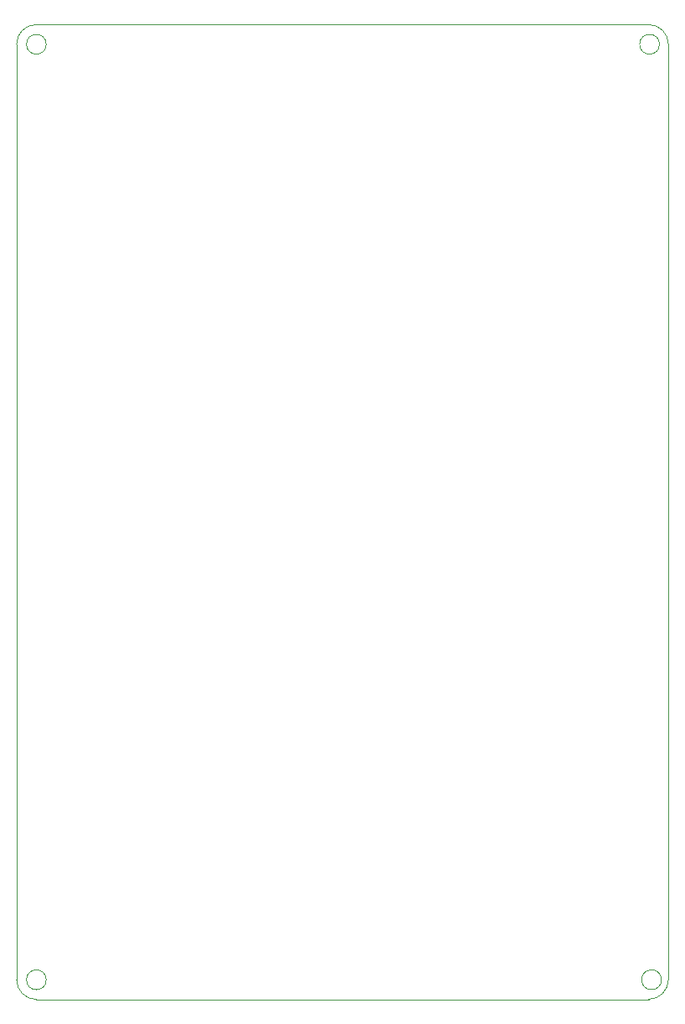
<source format=gbr>
%TF.GenerationSoftware,KiCad,Pcbnew,8.0.2*%
%TF.CreationDate,2024-05-13T19:47:08+03:00*%
%TF.ProjectId,tasta_mea,74617374-615f-46d6-9561-2e6b69636164,rev?*%
%TF.SameCoordinates,Original*%
%TF.FileFunction,Profile,NP*%
%FSLAX46Y46*%
G04 Gerber Fmt 4.6, Leading zero omitted, Abs format (unit mm)*
G04 Created by KiCad (PCBNEW 8.0.2) date 2024-05-13 19:47:08*
%MOMM*%
%LPD*%
G01*
G04 APERTURE LIST*
%TA.AperFunction,Profile*%
%ADD10C,0.050000*%
%TD*%
G04 APERTURE END LIST*
D10*
X143900000Y-118520000D02*
X82000000Y-118520000D01*
X145900000Y-22020000D02*
X145900000Y-116520000D01*
X80000000Y-116520000D02*
X80000000Y-22020000D01*
X82000000Y-20020000D02*
X143900000Y-20020000D01*
X145900000Y-116520000D02*
G75*
G02*
X143900000Y-118520000I-2000000J0D01*
G01*
X82000000Y-118520000D02*
G75*
G02*
X80000000Y-116520000I0J2000000D01*
G01*
X143900000Y-20020000D02*
G75*
G02*
X145900000Y-22020000I0J-2000000D01*
G01*
X80000000Y-22020000D02*
G75*
G02*
X82000000Y-20020000I2000000J0D01*
G01*
X145200000Y-116540000D02*
G75*
G02*
X143200000Y-116540000I-1000000J0D01*
G01*
X143200000Y-116540000D02*
G75*
G02*
X145200000Y-116540000I1000000J0D01*
G01*
X83000000Y-116540000D02*
G75*
G02*
X81000000Y-116540000I-1000000J0D01*
G01*
X81000000Y-116540000D02*
G75*
G02*
X83000000Y-116540000I1000000J0D01*
G01*
X145000000Y-22020000D02*
G75*
G02*
X143000000Y-22020000I-1000000J0D01*
G01*
X143000000Y-22020000D02*
G75*
G02*
X145000000Y-22020000I1000000J0D01*
G01*
X83000000Y-22020000D02*
G75*
G02*
X81000000Y-22020000I-1000000J0D01*
G01*
X81000000Y-22020000D02*
G75*
G02*
X83000000Y-22020000I1000000J0D01*
G01*
M02*

</source>
